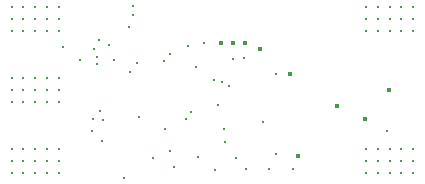
<source format=gbr>
%TF.GenerationSoftware,KiCad,Pcbnew,8.0.8*%
%TF.CreationDate,2025-04-24T20:58:00+02:00*%
%TF.ProjectId,ESC_PCB,4553435f-5043-4422-9e6b-696361645f70,rev?*%
%TF.SameCoordinates,Original*%
%TF.FileFunction,Plated,1,4,PTH,Drill*%
%TF.FilePolarity,Positive*%
%FSLAX46Y46*%
G04 Gerber Fmt 4.6, Leading zero omitted, Abs format (unit mm)*
G04 Created by KiCad (PCBNEW 8.0.8) date 2025-04-24 20:58:00*
%MOMM*%
%LPD*%
G01*
G04 APERTURE LIST*
%TA.AperFunction,ViaDrill*%
%ADD10C,0.200000*%
%TD*%
%TA.AperFunction,ViaDrill*%
%ADD11C,0.260000*%
%TD*%
%TA.AperFunction,ViaDrill*%
%ADD12C,0.400000*%
%TD*%
G04 APERTURE END LIST*
D10*
X76345000Y-48399050D03*
X77750000Y-49500000D03*
X78800000Y-55500000D03*
X78900000Y-54500000D03*
X79000000Y-48500000D03*
X79230000Y-49220000D03*
X79260000Y-49790000D03*
X79400000Y-47790000D03*
X79500000Y-53780000D03*
X79670000Y-56340000D03*
X79700000Y-54530000D03*
X80200000Y-48210000D03*
X80630000Y-49470000D03*
X81500000Y-59500000D03*
X81951250Y-46648750D03*
X82060000Y-50500000D03*
X82260000Y-44860000D03*
X82290000Y-45660000D03*
X82800000Y-54300000D03*
X84000000Y-57750000D03*
X84940000Y-49540000D03*
X85000000Y-55325000D03*
X85415000Y-48985000D03*
X85750000Y-58500000D03*
X86800000Y-54500000D03*
X87200000Y-53900000D03*
X87600000Y-50100000D03*
X87800000Y-57700000D03*
X88250000Y-48000000D03*
X89100000Y-51175000D03*
X89485485Y-53285485D03*
X89800000Y-51300000D03*
X90400000Y-51700000D03*
X90700000Y-49400000D03*
X91000000Y-57750000D03*
X91700000Y-49300000D03*
X91800000Y-58700000D03*
X93300000Y-54750000D03*
X93800000Y-58700000D03*
X94360000Y-57420000D03*
X94375000Y-50625000D03*
X95800000Y-58700000D03*
X103800000Y-55500000D03*
D11*
X72000000Y-45000000D03*
X72000000Y-46000000D03*
X72000000Y-47000000D03*
X72000000Y-51000000D03*
X72000000Y-52000000D03*
X72000000Y-53000000D03*
X72000000Y-57000000D03*
X72000000Y-58000000D03*
X72000000Y-59000000D03*
X73000000Y-45000000D03*
X73000000Y-46000000D03*
X73000000Y-47000000D03*
X73000000Y-51000000D03*
X73000000Y-52000000D03*
X73000000Y-53000000D03*
X73000000Y-57000000D03*
X73000000Y-58000000D03*
X73000000Y-59000000D03*
X74000000Y-45000000D03*
X74000000Y-46000000D03*
X74000000Y-47000000D03*
X74000000Y-51000000D03*
X74000000Y-52000000D03*
X74000000Y-53000000D03*
X74000000Y-57000000D03*
X74000000Y-58000000D03*
X74000000Y-59000000D03*
X75000000Y-45000000D03*
X75000000Y-46000000D03*
X75000000Y-47000000D03*
X75000000Y-51000000D03*
X75000000Y-52000000D03*
X75000000Y-53000000D03*
X75000000Y-57000000D03*
X75000000Y-58000000D03*
X75000000Y-59000000D03*
X76000000Y-45000000D03*
X76000000Y-46000000D03*
X76000000Y-47000000D03*
X76000000Y-51000000D03*
X76000000Y-52000000D03*
X76000000Y-53000000D03*
X76000000Y-57000000D03*
X76000000Y-58000000D03*
X76000000Y-59000000D03*
X82635000Y-49750000D03*
X85400000Y-57200000D03*
X86900000Y-48300000D03*
X89200000Y-58767500D03*
X90000000Y-55300000D03*
X90100000Y-56450000D03*
X102000000Y-45000000D03*
X102000000Y-46000000D03*
X102000000Y-47000000D03*
X102000000Y-57000000D03*
X102000000Y-58000000D03*
X102000000Y-59000000D03*
X103000000Y-45000000D03*
X103000000Y-46000000D03*
X103000000Y-47000000D03*
X103000000Y-57000000D03*
X103000000Y-58000000D03*
X103000000Y-59000000D03*
X104000000Y-45000000D03*
X104000000Y-46000000D03*
X104000000Y-47000000D03*
X104000000Y-57000000D03*
X104000000Y-58000000D03*
X104000000Y-59000000D03*
X105000000Y-45000000D03*
X105000000Y-46000000D03*
X105000000Y-47000000D03*
X105000000Y-57000000D03*
X105000000Y-58000000D03*
X105000000Y-59000000D03*
X106000000Y-45000000D03*
X106000000Y-46000000D03*
X106000000Y-47000000D03*
X106000000Y-57000000D03*
X106000000Y-58000000D03*
X106000000Y-59000000D03*
D12*
X89750000Y-48000000D03*
X90750000Y-48000000D03*
X91750000Y-48000000D03*
X93000000Y-48500000D03*
X95550000Y-50690000D03*
X96250000Y-57600000D03*
X99530000Y-53330000D03*
X101950000Y-54450000D03*
X103950000Y-52000000D03*
M02*

</source>
